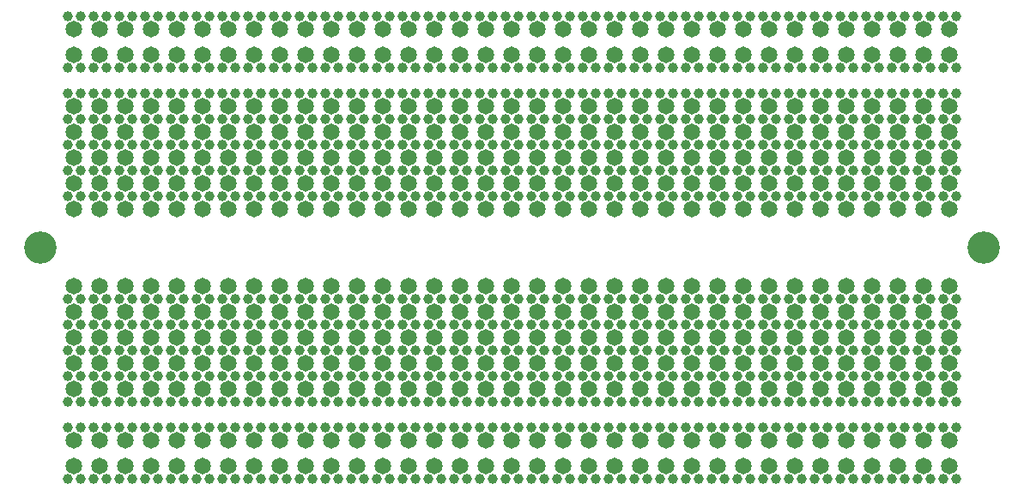
<source format=gts>
%FSLAX34Y34*%
G04 Gerber Fmt 3.4, Leading zero omitted, Abs format*
G04 (created by PCBNEW (2014-06-11 BZR 4938)-product) date Wed 11 Jun 2014 10:42:52 PM CEST*
%MOIN*%
G01*
G70*
G90*
G04 APERTURE LIST*
%ADD10C,0.005906*%
%ADD11C,0.125984*%
%ADD12C,0.039370*%
%ADD13C,0.064961*%
G04 APERTURE END LIST*
G54D10*
G54D11*
X46062Y-35000D03*
X9448Y-35000D03*
G54D12*
X26500Y-32000D03*
X27000Y-32000D03*
X27500Y-32000D03*
X28000Y-32000D03*
X28500Y-32000D03*
X29000Y-32000D03*
X29500Y-32000D03*
X30000Y-32000D03*
G54D13*
X34750Y-38500D03*
X35750Y-38500D03*
X36750Y-38500D03*
X37750Y-38500D03*
X38750Y-38500D03*
X39750Y-38500D03*
X40750Y-38500D03*
X41750Y-38500D03*
X26750Y-38500D03*
X27750Y-38500D03*
X28750Y-38500D03*
X29750Y-38500D03*
X30750Y-38500D03*
X31750Y-38500D03*
X32750Y-38500D03*
X33750Y-38500D03*
X10750Y-40500D03*
X11750Y-40500D03*
X12750Y-40500D03*
X13750Y-40500D03*
X14750Y-40500D03*
X15750Y-40500D03*
X16750Y-40500D03*
X17750Y-40500D03*
X34750Y-31500D03*
X35750Y-31500D03*
X36750Y-31500D03*
X37750Y-31500D03*
X38750Y-31500D03*
X39750Y-31500D03*
X40750Y-31500D03*
X41750Y-31500D03*
X26750Y-30500D03*
X27750Y-30500D03*
X28750Y-30500D03*
X29750Y-30500D03*
X30750Y-30500D03*
X31750Y-30500D03*
X32750Y-30500D03*
X33750Y-30500D03*
X18750Y-30500D03*
X19750Y-30500D03*
X20750Y-30500D03*
X21750Y-30500D03*
X22750Y-30500D03*
X23750Y-30500D03*
X24750Y-30500D03*
X25750Y-30500D03*
X42750Y-32500D03*
X43750Y-32500D03*
X44750Y-32500D03*
X42750Y-31500D03*
X43750Y-31500D03*
X44750Y-31500D03*
X42750Y-30500D03*
X43750Y-30500D03*
X44750Y-30500D03*
X42750Y-29500D03*
X43750Y-29500D03*
X44750Y-29500D03*
X42750Y-27500D03*
X43750Y-27500D03*
X44750Y-27500D03*
X42750Y-26500D03*
X43750Y-26500D03*
X44750Y-26500D03*
X42750Y-33500D03*
X43750Y-33500D03*
X44750Y-33500D03*
X42750Y-40500D03*
X43750Y-40500D03*
X44750Y-40500D03*
X42750Y-39500D03*
X43750Y-39500D03*
X44750Y-39500D03*
X42750Y-38500D03*
X43750Y-38500D03*
X44750Y-38500D03*
X42750Y-37500D03*
X43750Y-37500D03*
X44750Y-37500D03*
X42750Y-36500D03*
X43750Y-36500D03*
X44750Y-36500D03*
X42750Y-43500D03*
X43750Y-43500D03*
X44750Y-43500D03*
X42750Y-42500D03*
X43750Y-42500D03*
X44750Y-42500D03*
G54D12*
X42500Y-26000D03*
X43000Y-26000D03*
X43500Y-26000D03*
X44000Y-26000D03*
X44500Y-26000D03*
X45000Y-26000D03*
X42500Y-28000D03*
X43000Y-28000D03*
X43500Y-28000D03*
X44000Y-28000D03*
X44500Y-28000D03*
X45000Y-28000D03*
X42500Y-29000D03*
X43000Y-29000D03*
X43500Y-29000D03*
X44000Y-29000D03*
X44500Y-29000D03*
X45000Y-29000D03*
X42500Y-30000D03*
X43000Y-30000D03*
X43500Y-30000D03*
X44000Y-30000D03*
X44500Y-30000D03*
X45000Y-30000D03*
X42500Y-31000D03*
X43000Y-31000D03*
X43500Y-31000D03*
X44000Y-31000D03*
X44500Y-31000D03*
X45000Y-31000D03*
X42500Y-32000D03*
X43000Y-32000D03*
X43500Y-32000D03*
X44000Y-32000D03*
X44500Y-32000D03*
X45000Y-32000D03*
X42500Y-33000D03*
X43000Y-33000D03*
X43500Y-33000D03*
X44000Y-33000D03*
X44500Y-33000D03*
X45000Y-33000D03*
X42500Y-44000D03*
X43000Y-44000D03*
X43500Y-44000D03*
X44000Y-44000D03*
X44500Y-44000D03*
X45000Y-44000D03*
X42500Y-42000D03*
X43000Y-42000D03*
X43500Y-42000D03*
X44000Y-42000D03*
X44500Y-42000D03*
X45000Y-42000D03*
X42500Y-41000D03*
X43000Y-41000D03*
X43500Y-41000D03*
X44000Y-41000D03*
X44500Y-41000D03*
X45000Y-41000D03*
X42500Y-40000D03*
X43000Y-40000D03*
X43500Y-40000D03*
X44000Y-40000D03*
X44500Y-40000D03*
X45000Y-40000D03*
X42500Y-39000D03*
X43000Y-39000D03*
X43500Y-39000D03*
X44000Y-39000D03*
X44500Y-39000D03*
X45000Y-39000D03*
X42500Y-38000D03*
X43000Y-38000D03*
X43500Y-38000D03*
X44000Y-38000D03*
X44500Y-38000D03*
X45000Y-38000D03*
X42500Y-37000D03*
X43000Y-37000D03*
X43500Y-37000D03*
X44000Y-37000D03*
X44500Y-37000D03*
X45000Y-37000D03*
X30500Y-29000D03*
X31000Y-29000D03*
X31500Y-29000D03*
X32000Y-29000D03*
X32500Y-29000D03*
X33000Y-29000D03*
X33500Y-29000D03*
X34000Y-29000D03*
G54D13*
X26750Y-33500D03*
X27750Y-33500D03*
X28750Y-33500D03*
X29750Y-33500D03*
X30750Y-33500D03*
X31750Y-33500D03*
X32750Y-33500D03*
X33750Y-33500D03*
X26750Y-29500D03*
X27750Y-29500D03*
X28750Y-29500D03*
X29750Y-29500D03*
X30750Y-29500D03*
X31750Y-29500D03*
X32750Y-29500D03*
X33750Y-29500D03*
X26750Y-31500D03*
X27750Y-31500D03*
X28750Y-31500D03*
X29750Y-31500D03*
X30750Y-31500D03*
X31750Y-31500D03*
X32750Y-31500D03*
X33750Y-31500D03*
X26750Y-32500D03*
X27750Y-32500D03*
X28750Y-32500D03*
X29750Y-32500D03*
X30750Y-32500D03*
X31750Y-32500D03*
X32750Y-32500D03*
X33750Y-32500D03*
X26750Y-36500D03*
X27750Y-36500D03*
X28750Y-36500D03*
X29750Y-36500D03*
X30750Y-36500D03*
X31750Y-36500D03*
X32750Y-36500D03*
X33750Y-36500D03*
X26750Y-40500D03*
X27750Y-40500D03*
X28750Y-40500D03*
X29750Y-40500D03*
X30750Y-40500D03*
X31750Y-40500D03*
X32750Y-40500D03*
X33750Y-40500D03*
X26750Y-39500D03*
X27750Y-39500D03*
X28750Y-39500D03*
X29750Y-39500D03*
X30750Y-39500D03*
X31750Y-39500D03*
X32750Y-39500D03*
X33750Y-39500D03*
X26750Y-37500D03*
X27750Y-37500D03*
X28750Y-37500D03*
X29750Y-37500D03*
X30750Y-37500D03*
X31750Y-37500D03*
X32750Y-37500D03*
X33750Y-37500D03*
G54D12*
X26500Y-29000D03*
X27000Y-29000D03*
X27500Y-29000D03*
X28000Y-29000D03*
X28500Y-29000D03*
X29000Y-29000D03*
X29500Y-29000D03*
X30000Y-29000D03*
X26500Y-30000D03*
X27000Y-30000D03*
X27500Y-30000D03*
X28000Y-30000D03*
X28500Y-30000D03*
X29000Y-30000D03*
X29500Y-30000D03*
X30000Y-30000D03*
X26500Y-31000D03*
X27000Y-31000D03*
X27500Y-31000D03*
X28000Y-31000D03*
X28500Y-31000D03*
X29000Y-31000D03*
X29500Y-31000D03*
X30000Y-31000D03*
X26500Y-33000D03*
X27000Y-33000D03*
X27500Y-33000D03*
X28000Y-33000D03*
X28500Y-33000D03*
X29000Y-33000D03*
X29500Y-33000D03*
X30000Y-33000D03*
X26500Y-37000D03*
X27000Y-37000D03*
X27500Y-37000D03*
X28000Y-37000D03*
X28500Y-37000D03*
X29000Y-37000D03*
X29500Y-37000D03*
X30000Y-37000D03*
X26500Y-38000D03*
X27000Y-38000D03*
X27500Y-38000D03*
X28000Y-38000D03*
X28500Y-38000D03*
X29000Y-38000D03*
X29500Y-38000D03*
X30000Y-38000D03*
X26500Y-39000D03*
X27000Y-39000D03*
X27500Y-39000D03*
X28000Y-39000D03*
X28500Y-39000D03*
X29000Y-39000D03*
X29500Y-39000D03*
X30000Y-39000D03*
X26500Y-40000D03*
X27000Y-40000D03*
X27500Y-40000D03*
X28000Y-40000D03*
X28500Y-40000D03*
X29000Y-40000D03*
X29500Y-40000D03*
X30000Y-40000D03*
X26500Y-41000D03*
X27000Y-41000D03*
X27500Y-41000D03*
X28000Y-41000D03*
X28500Y-41000D03*
X29000Y-41000D03*
X29500Y-41000D03*
X30000Y-41000D03*
X30500Y-30000D03*
X31000Y-30000D03*
X31500Y-30000D03*
X32000Y-30000D03*
X32500Y-30000D03*
X33000Y-30000D03*
X33500Y-30000D03*
X34000Y-30000D03*
X30500Y-31000D03*
X31000Y-31000D03*
X31500Y-31000D03*
X32000Y-31000D03*
X32500Y-31000D03*
X33000Y-31000D03*
X33500Y-31000D03*
X34000Y-31000D03*
X30500Y-32000D03*
X31000Y-32000D03*
X31500Y-32000D03*
X32000Y-32000D03*
X32500Y-32000D03*
X33000Y-32000D03*
X33500Y-32000D03*
X34000Y-32000D03*
X30500Y-33000D03*
X31000Y-33000D03*
X31500Y-33000D03*
X32000Y-33000D03*
X32500Y-33000D03*
X33000Y-33000D03*
X33500Y-33000D03*
X34000Y-33000D03*
X30500Y-41000D03*
X31000Y-41000D03*
X31500Y-41000D03*
X32000Y-41000D03*
X32500Y-41000D03*
X33000Y-41000D03*
X33500Y-41000D03*
X34000Y-41000D03*
X30500Y-40000D03*
X31000Y-40000D03*
X31500Y-40000D03*
X32000Y-40000D03*
X32500Y-40000D03*
X33000Y-40000D03*
X33500Y-40000D03*
X34000Y-40000D03*
X30500Y-39000D03*
X31000Y-39000D03*
X31500Y-39000D03*
X32000Y-39000D03*
X32500Y-39000D03*
X33000Y-39000D03*
X33500Y-39000D03*
X34000Y-39000D03*
X30500Y-38000D03*
X31000Y-38000D03*
X31500Y-38000D03*
X32000Y-38000D03*
X32500Y-38000D03*
X33000Y-38000D03*
X33500Y-38000D03*
X34000Y-38000D03*
X30500Y-37000D03*
X31000Y-37000D03*
X31500Y-37000D03*
X32000Y-37000D03*
X32500Y-37000D03*
X33000Y-37000D03*
X33500Y-37000D03*
X34000Y-37000D03*
X26500Y-42000D03*
X27000Y-42000D03*
X27500Y-42000D03*
X28000Y-42000D03*
X28500Y-42000D03*
X29000Y-42000D03*
X29500Y-42000D03*
X30000Y-42000D03*
X30500Y-42000D03*
X31000Y-42000D03*
X31500Y-42000D03*
X32000Y-42000D03*
X32500Y-42000D03*
X33000Y-42000D03*
X33500Y-42000D03*
X34000Y-42000D03*
G54D13*
X26750Y-42500D03*
X27750Y-42500D03*
X28750Y-42500D03*
X29750Y-42500D03*
X30750Y-42500D03*
X31750Y-42500D03*
X32750Y-42500D03*
X33750Y-42500D03*
X26750Y-43500D03*
X27750Y-43500D03*
X28750Y-43500D03*
X29750Y-43500D03*
X30750Y-43500D03*
X31750Y-43500D03*
X32750Y-43500D03*
X33750Y-43500D03*
G54D12*
X30500Y-44000D03*
X31000Y-44000D03*
X31500Y-44000D03*
X32000Y-44000D03*
X32500Y-44000D03*
X33000Y-44000D03*
X33500Y-44000D03*
X34000Y-44000D03*
X26500Y-44000D03*
X27000Y-44000D03*
X27500Y-44000D03*
X28000Y-44000D03*
X28500Y-44000D03*
X29000Y-44000D03*
X29500Y-44000D03*
X30000Y-44000D03*
X26500Y-28000D03*
X27000Y-28000D03*
X27500Y-28000D03*
X28000Y-28000D03*
X28500Y-28000D03*
X29000Y-28000D03*
X29500Y-28000D03*
X30000Y-28000D03*
X30500Y-28000D03*
X31000Y-28000D03*
X31500Y-28000D03*
X32000Y-28000D03*
X32500Y-28000D03*
X33000Y-28000D03*
X33500Y-28000D03*
X34000Y-28000D03*
G54D13*
X26750Y-27500D03*
X27750Y-27500D03*
X28750Y-27500D03*
X29750Y-27500D03*
X30750Y-27500D03*
X31750Y-27500D03*
X32750Y-27500D03*
X33750Y-27500D03*
X26750Y-26500D03*
X27750Y-26500D03*
X28750Y-26500D03*
X29750Y-26500D03*
X30750Y-26500D03*
X31750Y-26500D03*
X32750Y-26500D03*
X33750Y-26500D03*
G54D12*
X30500Y-26000D03*
X31000Y-26000D03*
X31500Y-26000D03*
X32000Y-26000D03*
X32500Y-26000D03*
X33000Y-26000D03*
X33500Y-26000D03*
X34000Y-26000D03*
X26500Y-26000D03*
X27000Y-26000D03*
X27500Y-26000D03*
X28000Y-26000D03*
X28500Y-26000D03*
X29000Y-26000D03*
X29500Y-26000D03*
X30000Y-26000D03*
X34500Y-26000D03*
X35000Y-26000D03*
X35500Y-26000D03*
X36000Y-26000D03*
X36500Y-26000D03*
X37000Y-26000D03*
X37500Y-26000D03*
X38000Y-26000D03*
X38500Y-26000D03*
X39000Y-26000D03*
X39500Y-26000D03*
X40000Y-26000D03*
X40500Y-26000D03*
X41000Y-26000D03*
X41500Y-26000D03*
X42000Y-26000D03*
G54D13*
X34750Y-26500D03*
X35750Y-26500D03*
X36750Y-26500D03*
X37750Y-26500D03*
X38750Y-26500D03*
X39750Y-26500D03*
X40750Y-26500D03*
X41750Y-26500D03*
X34750Y-27500D03*
X35750Y-27500D03*
X36750Y-27500D03*
X37750Y-27500D03*
X38750Y-27500D03*
X39750Y-27500D03*
X40750Y-27500D03*
X41750Y-27500D03*
G54D12*
X38500Y-28000D03*
X39000Y-28000D03*
X39500Y-28000D03*
X40000Y-28000D03*
X40500Y-28000D03*
X41000Y-28000D03*
X41500Y-28000D03*
X42000Y-28000D03*
X34500Y-28000D03*
X35000Y-28000D03*
X35500Y-28000D03*
X36000Y-28000D03*
X36500Y-28000D03*
X37000Y-28000D03*
X37500Y-28000D03*
X38000Y-28000D03*
X34500Y-44000D03*
X35000Y-44000D03*
X35500Y-44000D03*
X36000Y-44000D03*
X36500Y-44000D03*
X37000Y-44000D03*
X37500Y-44000D03*
X38000Y-44000D03*
X38500Y-44000D03*
X39000Y-44000D03*
X39500Y-44000D03*
X40000Y-44000D03*
X40500Y-44000D03*
X41000Y-44000D03*
X41500Y-44000D03*
X42000Y-44000D03*
G54D13*
X34750Y-43500D03*
X35750Y-43500D03*
X36750Y-43500D03*
X37750Y-43500D03*
X38750Y-43500D03*
X39750Y-43500D03*
X40750Y-43500D03*
X41750Y-43500D03*
X34750Y-42500D03*
X35750Y-42500D03*
X36750Y-42500D03*
X37750Y-42500D03*
X38750Y-42500D03*
X39750Y-42500D03*
X40750Y-42500D03*
X41750Y-42500D03*
G54D12*
X38500Y-42000D03*
X39000Y-42000D03*
X39500Y-42000D03*
X40000Y-42000D03*
X40500Y-42000D03*
X41000Y-42000D03*
X41500Y-42000D03*
X42000Y-42000D03*
X34500Y-42000D03*
X35000Y-42000D03*
X35500Y-42000D03*
X36000Y-42000D03*
X36500Y-42000D03*
X37000Y-42000D03*
X37500Y-42000D03*
X38000Y-42000D03*
X38500Y-37000D03*
X39000Y-37000D03*
X39500Y-37000D03*
X40000Y-37000D03*
X40500Y-37000D03*
X41000Y-37000D03*
X41500Y-37000D03*
X42000Y-37000D03*
X38500Y-38000D03*
X39000Y-38000D03*
X39500Y-38000D03*
X40000Y-38000D03*
X40500Y-38000D03*
X41000Y-38000D03*
X41500Y-38000D03*
X42000Y-38000D03*
X38500Y-39000D03*
X39000Y-39000D03*
X39500Y-39000D03*
X40000Y-39000D03*
X40500Y-39000D03*
X41000Y-39000D03*
X41500Y-39000D03*
X42000Y-39000D03*
X38500Y-40000D03*
X39000Y-40000D03*
X39500Y-40000D03*
X40000Y-40000D03*
X40500Y-40000D03*
X41000Y-40000D03*
X41500Y-40000D03*
X42000Y-40000D03*
X38500Y-41000D03*
X39000Y-41000D03*
X39500Y-41000D03*
X40000Y-41000D03*
X40500Y-41000D03*
X41000Y-41000D03*
X41500Y-41000D03*
X42000Y-41000D03*
X38500Y-33000D03*
X39000Y-33000D03*
X39500Y-33000D03*
X40000Y-33000D03*
X40500Y-33000D03*
X41000Y-33000D03*
X41500Y-33000D03*
X42000Y-33000D03*
X38500Y-32000D03*
X39000Y-32000D03*
X39500Y-32000D03*
X40000Y-32000D03*
X40500Y-32000D03*
X41000Y-32000D03*
X41500Y-32000D03*
X42000Y-32000D03*
X38500Y-31000D03*
X39000Y-31000D03*
X39500Y-31000D03*
X40000Y-31000D03*
X40500Y-31000D03*
X41000Y-31000D03*
X41500Y-31000D03*
X42000Y-31000D03*
X38500Y-30000D03*
X39000Y-30000D03*
X39500Y-30000D03*
X40000Y-30000D03*
X40500Y-30000D03*
X41000Y-30000D03*
X41500Y-30000D03*
X42000Y-30000D03*
X34500Y-41000D03*
X35000Y-41000D03*
X35500Y-41000D03*
X36000Y-41000D03*
X36500Y-41000D03*
X37000Y-41000D03*
X37500Y-41000D03*
X38000Y-41000D03*
X34500Y-40000D03*
X35000Y-40000D03*
X35500Y-40000D03*
X36000Y-40000D03*
X36500Y-40000D03*
X37000Y-40000D03*
X37500Y-40000D03*
X38000Y-40000D03*
X34500Y-39000D03*
X35000Y-39000D03*
X35500Y-39000D03*
X36000Y-39000D03*
X36500Y-39000D03*
X37000Y-39000D03*
X37500Y-39000D03*
X38000Y-39000D03*
X34500Y-38000D03*
X35000Y-38000D03*
X35500Y-38000D03*
X36000Y-38000D03*
X36500Y-38000D03*
X37000Y-38000D03*
X37500Y-38000D03*
X38000Y-38000D03*
X34500Y-37000D03*
X35000Y-37000D03*
X35500Y-37000D03*
X36000Y-37000D03*
X36500Y-37000D03*
X37000Y-37000D03*
X37500Y-37000D03*
X38000Y-37000D03*
X34500Y-33000D03*
X35000Y-33000D03*
X35500Y-33000D03*
X36000Y-33000D03*
X36500Y-33000D03*
X37000Y-33000D03*
X37500Y-33000D03*
X38000Y-33000D03*
X34500Y-32000D03*
X35000Y-32000D03*
X35500Y-32000D03*
X36000Y-32000D03*
X36500Y-32000D03*
X37000Y-32000D03*
X37500Y-32000D03*
X38000Y-32000D03*
X34500Y-31000D03*
X35000Y-31000D03*
X35500Y-31000D03*
X36000Y-31000D03*
X36500Y-31000D03*
X37000Y-31000D03*
X37500Y-31000D03*
X38000Y-31000D03*
X34500Y-30000D03*
X35000Y-30000D03*
X35500Y-30000D03*
X36000Y-30000D03*
X36500Y-30000D03*
X37000Y-30000D03*
X37500Y-30000D03*
X38000Y-30000D03*
X34500Y-29000D03*
X35000Y-29000D03*
X35500Y-29000D03*
X36000Y-29000D03*
X36500Y-29000D03*
X37000Y-29000D03*
X37500Y-29000D03*
X38000Y-29000D03*
G54D13*
X34750Y-37500D03*
X35750Y-37500D03*
X36750Y-37500D03*
X37750Y-37500D03*
X38750Y-37500D03*
X39750Y-37500D03*
X40750Y-37500D03*
X41750Y-37500D03*
X34750Y-39500D03*
X35750Y-39500D03*
X36750Y-39500D03*
X37750Y-39500D03*
X38750Y-39500D03*
X39750Y-39500D03*
X40750Y-39500D03*
X41750Y-39500D03*
X34750Y-40500D03*
X35750Y-40500D03*
X36750Y-40500D03*
X37750Y-40500D03*
X38750Y-40500D03*
X39750Y-40500D03*
X40750Y-40500D03*
X41750Y-40500D03*
X34750Y-36500D03*
X35750Y-36500D03*
X36750Y-36500D03*
X37750Y-36500D03*
X38750Y-36500D03*
X39750Y-36500D03*
X40750Y-36500D03*
X41750Y-36500D03*
X34750Y-32500D03*
X35750Y-32500D03*
X36750Y-32500D03*
X37750Y-32500D03*
X38750Y-32500D03*
X39750Y-32500D03*
X40750Y-32500D03*
X41750Y-32500D03*
X34750Y-30500D03*
X35750Y-30500D03*
X36750Y-30500D03*
X37750Y-30500D03*
X38750Y-30500D03*
X39750Y-30500D03*
X40750Y-30500D03*
X41750Y-30500D03*
X34750Y-29500D03*
X35750Y-29500D03*
X36750Y-29500D03*
X37750Y-29500D03*
X38750Y-29500D03*
X39750Y-29500D03*
X40750Y-29500D03*
X41750Y-29500D03*
X34750Y-33500D03*
X35750Y-33500D03*
X36750Y-33500D03*
X37750Y-33500D03*
X38750Y-33500D03*
X39750Y-33500D03*
X40750Y-33500D03*
X41750Y-33500D03*
G54D12*
X38500Y-29000D03*
X39000Y-29000D03*
X39500Y-29000D03*
X40000Y-29000D03*
X40500Y-29000D03*
X41000Y-29000D03*
X41500Y-29000D03*
X42000Y-29000D03*
X22500Y-29000D03*
X23000Y-29000D03*
X23500Y-29000D03*
X24000Y-29000D03*
X24500Y-29000D03*
X25000Y-29000D03*
X25500Y-29000D03*
X26000Y-29000D03*
G54D13*
X18750Y-33500D03*
X19750Y-33500D03*
X20750Y-33500D03*
X21750Y-33500D03*
X22750Y-33500D03*
X23750Y-33500D03*
X24750Y-33500D03*
X25750Y-33500D03*
X18750Y-29500D03*
X19750Y-29500D03*
X20750Y-29500D03*
X21750Y-29500D03*
X22750Y-29500D03*
X23750Y-29500D03*
X24750Y-29500D03*
X25750Y-29500D03*
X18750Y-31500D03*
X19750Y-31500D03*
X20750Y-31500D03*
X21750Y-31500D03*
X22750Y-31500D03*
X23750Y-31500D03*
X24750Y-31500D03*
X25750Y-31500D03*
X18750Y-32500D03*
X19750Y-32500D03*
X20750Y-32500D03*
X21750Y-32500D03*
X22750Y-32500D03*
X23750Y-32500D03*
X24750Y-32500D03*
X25750Y-32500D03*
X18750Y-36500D03*
X19750Y-36500D03*
X20750Y-36500D03*
X21750Y-36500D03*
X22750Y-36500D03*
X23750Y-36500D03*
X24750Y-36500D03*
X25750Y-36500D03*
X18750Y-40500D03*
X19750Y-40500D03*
X20750Y-40500D03*
X21750Y-40500D03*
X22750Y-40500D03*
X23750Y-40500D03*
X24750Y-40500D03*
X25750Y-40500D03*
X18750Y-39500D03*
X19750Y-39500D03*
X20750Y-39500D03*
X21750Y-39500D03*
X22750Y-39500D03*
X23750Y-39500D03*
X24750Y-39500D03*
X25750Y-39500D03*
X18750Y-38500D03*
X19750Y-38500D03*
X20750Y-38500D03*
X21750Y-38500D03*
X22750Y-38500D03*
X23750Y-38500D03*
X24750Y-38500D03*
X25750Y-38500D03*
X18750Y-37500D03*
X19750Y-37500D03*
X20750Y-37500D03*
X21750Y-37500D03*
X22750Y-37500D03*
X23750Y-37500D03*
X24750Y-37500D03*
X25750Y-37500D03*
G54D12*
X18500Y-29000D03*
X19000Y-29000D03*
X19500Y-29000D03*
X20000Y-29000D03*
X20500Y-29000D03*
X21000Y-29000D03*
X21500Y-29000D03*
X22000Y-29000D03*
X18500Y-30000D03*
X19000Y-30000D03*
X19500Y-30000D03*
X20000Y-30000D03*
X20500Y-30000D03*
X21000Y-30000D03*
X21500Y-30000D03*
X22000Y-30000D03*
X18500Y-31000D03*
X19000Y-31000D03*
X19500Y-31000D03*
X20000Y-31000D03*
X20500Y-31000D03*
X21000Y-31000D03*
X21500Y-31000D03*
X22000Y-31000D03*
X18500Y-32000D03*
X19000Y-32000D03*
X19500Y-32000D03*
X20000Y-32000D03*
X20500Y-32000D03*
X21000Y-32000D03*
X21500Y-32000D03*
X22000Y-32000D03*
X18500Y-33000D03*
X19000Y-33000D03*
X19500Y-33000D03*
X20000Y-33000D03*
X20500Y-33000D03*
X21000Y-33000D03*
X21500Y-33000D03*
X22000Y-33000D03*
X18500Y-37000D03*
X19000Y-37000D03*
X19500Y-37000D03*
X20000Y-37000D03*
X20500Y-37000D03*
X21000Y-37000D03*
X21500Y-37000D03*
X22000Y-37000D03*
X18500Y-38000D03*
X19000Y-38000D03*
X19500Y-38000D03*
X20000Y-38000D03*
X20500Y-38000D03*
X21000Y-38000D03*
X21500Y-38000D03*
X22000Y-38000D03*
X18500Y-39000D03*
X19000Y-39000D03*
X19500Y-39000D03*
X20000Y-39000D03*
X20500Y-39000D03*
X21000Y-39000D03*
X21500Y-39000D03*
X22000Y-39000D03*
X18500Y-40000D03*
X19000Y-40000D03*
X19500Y-40000D03*
X20000Y-40000D03*
X20500Y-40000D03*
X21000Y-40000D03*
X21500Y-40000D03*
X22000Y-40000D03*
X18500Y-41000D03*
X19000Y-41000D03*
X19500Y-41000D03*
X20000Y-41000D03*
X20500Y-41000D03*
X21000Y-41000D03*
X21500Y-41000D03*
X22000Y-41000D03*
X22500Y-30000D03*
X23000Y-30000D03*
X23500Y-30000D03*
X24000Y-30000D03*
X24500Y-30000D03*
X25000Y-30000D03*
X25500Y-30000D03*
X26000Y-30000D03*
X22500Y-31000D03*
X23000Y-31000D03*
X23500Y-31000D03*
X24000Y-31000D03*
X24500Y-31000D03*
X25000Y-31000D03*
X25500Y-31000D03*
X26000Y-31000D03*
X22500Y-32000D03*
X23000Y-32000D03*
X23500Y-32000D03*
X24000Y-32000D03*
X24500Y-32000D03*
X25000Y-32000D03*
X25500Y-32000D03*
X26000Y-32000D03*
X22500Y-33000D03*
X23000Y-33000D03*
X23500Y-33000D03*
X24000Y-33000D03*
X24500Y-33000D03*
X25000Y-33000D03*
X25500Y-33000D03*
X26000Y-33000D03*
X22500Y-41000D03*
X23000Y-41000D03*
X23500Y-41000D03*
X24000Y-41000D03*
X24500Y-41000D03*
X25000Y-41000D03*
X25500Y-41000D03*
X26000Y-41000D03*
X22500Y-40000D03*
X23000Y-40000D03*
X23500Y-40000D03*
X24000Y-40000D03*
X24500Y-40000D03*
X25000Y-40000D03*
X25500Y-40000D03*
X26000Y-40000D03*
X22500Y-39000D03*
X23000Y-39000D03*
X23500Y-39000D03*
X24000Y-39000D03*
X24500Y-39000D03*
X25000Y-39000D03*
X25500Y-39000D03*
X26000Y-39000D03*
X22500Y-38000D03*
X23000Y-38000D03*
X23500Y-38000D03*
X24000Y-38000D03*
X24500Y-38000D03*
X25000Y-38000D03*
X25500Y-38000D03*
X26000Y-38000D03*
X22500Y-37000D03*
X23000Y-37000D03*
X23500Y-37000D03*
X24000Y-37000D03*
X24500Y-37000D03*
X25000Y-37000D03*
X25500Y-37000D03*
X26000Y-37000D03*
X18500Y-42000D03*
X19000Y-42000D03*
X19500Y-42000D03*
X20000Y-42000D03*
X20500Y-42000D03*
X21000Y-42000D03*
X21500Y-42000D03*
X22000Y-42000D03*
X22500Y-42000D03*
X23000Y-42000D03*
X23500Y-42000D03*
X24000Y-42000D03*
X24500Y-42000D03*
X25000Y-42000D03*
X25500Y-42000D03*
X26000Y-42000D03*
G54D13*
X18750Y-42500D03*
X19750Y-42500D03*
X20750Y-42500D03*
X21750Y-42500D03*
X22750Y-42500D03*
X23750Y-42500D03*
X24750Y-42500D03*
X25750Y-42500D03*
X18750Y-43500D03*
X19750Y-43500D03*
X20750Y-43500D03*
X21750Y-43500D03*
X22750Y-43500D03*
X23750Y-43500D03*
X24750Y-43500D03*
X25750Y-43500D03*
G54D12*
X22500Y-44000D03*
X23000Y-44000D03*
X23500Y-44000D03*
X24000Y-44000D03*
X24500Y-44000D03*
X25000Y-44000D03*
X25500Y-44000D03*
X26000Y-44000D03*
X18500Y-44000D03*
X19000Y-44000D03*
X19500Y-44000D03*
X20000Y-44000D03*
X20500Y-44000D03*
X21000Y-44000D03*
X21500Y-44000D03*
X22000Y-44000D03*
X18500Y-28000D03*
X19000Y-28000D03*
X19500Y-28000D03*
X20000Y-28000D03*
X20500Y-28000D03*
X21000Y-28000D03*
X21500Y-28000D03*
X22000Y-28000D03*
X22500Y-28000D03*
X23000Y-28000D03*
X23500Y-28000D03*
X24000Y-28000D03*
X24500Y-28000D03*
X25000Y-28000D03*
X25500Y-28000D03*
X26000Y-28000D03*
G54D13*
X18750Y-27500D03*
X19750Y-27500D03*
X20750Y-27500D03*
X21750Y-27500D03*
X22750Y-27500D03*
X23750Y-27500D03*
X24750Y-27500D03*
X25750Y-27500D03*
X18750Y-26500D03*
X19750Y-26500D03*
X20750Y-26500D03*
X21750Y-26500D03*
X22750Y-26500D03*
X23750Y-26500D03*
X24750Y-26500D03*
X25750Y-26500D03*
G54D12*
X22500Y-26000D03*
X23000Y-26000D03*
X23500Y-26000D03*
X24000Y-26000D03*
X24500Y-26000D03*
X25000Y-26000D03*
X25500Y-26000D03*
X26000Y-26000D03*
X18500Y-26000D03*
X19000Y-26000D03*
X19500Y-26000D03*
X20000Y-26000D03*
X20500Y-26000D03*
X21000Y-26000D03*
X21500Y-26000D03*
X22000Y-26000D03*
X10500Y-26000D03*
X11000Y-26000D03*
X11500Y-26000D03*
X12000Y-26000D03*
X12500Y-26000D03*
X13000Y-26000D03*
X13500Y-26000D03*
X14000Y-26000D03*
X14500Y-26000D03*
X15000Y-26000D03*
X15500Y-26000D03*
X16000Y-26000D03*
X16500Y-26000D03*
X17000Y-26000D03*
X17500Y-26000D03*
X18000Y-26000D03*
G54D13*
X10750Y-26500D03*
X11750Y-26500D03*
X12750Y-26500D03*
X13750Y-26500D03*
X14750Y-26500D03*
X15750Y-26500D03*
X16750Y-26500D03*
X17750Y-26500D03*
X10750Y-27500D03*
X11750Y-27500D03*
X12750Y-27500D03*
X13750Y-27500D03*
X14750Y-27500D03*
X15750Y-27500D03*
X16750Y-27500D03*
X17750Y-27500D03*
G54D12*
X14500Y-28000D03*
X15000Y-28000D03*
X15500Y-28000D03*
X16000Y-28000D03*
X16500Y-28000D03*
X17000Y-28000D03*
X17500Y-28000D03*
X18000Y-28000D03*
X10500Y-28000D03*
X11000Y-28000D03*
X11500Y-28000D03*
X12000Y-28000D03*
X12500Y-28000D03*
X13000Y-28000D03*
X13500Y-28000D03*
X14000Y-28000D03*
X10500Y-44000D03*
X11000Y-44000D03*
X11500Y-44000D03*
X12000Y-44000D03*
X12500Y-44000D03*
X13000Y-44000D03*
X13500Y-44000D03*
X14000Y-44000D03*
X14500Y-44000D03*
X15000Y-44000D03*
X15500Y-44000D03*
X16000Y-44000D03*
X16500Y-44000D03*
X17000Y-44000D03*
X17500Y-44000D03*
X18000Y-44000D03*
G54D13*
X10750Y-43500D03*
X11750Y-43500D03*
X12750Y-43500D03*
X13750Y-43500D03*
X14750Y-43500D03*
X15750Y-43500D03*
X16750Y-43500D03*
X17750Y-43500D03*
X10750Y-42500D03*
X11750Y-42500D03*
X12750Y-42500D03*
X13750Y-42500D03*
X14750Y-42500D03*
X15750Y-42500D03*
X16750Y-42500D03*
X17750Y-42500D03*
G54D12*
X14500Y-42000D03*
X15000Y-42000D03*
X15500Y-42000D03*
X16000Y-42000D03*
X16500Y-42000D03*
X17000Y-42000D03*
X17500Y-42000D03*
X18000Y-42000D03*
X10500Y-42000D03*
X11000Y-42000D03*
X11500Y-42000D03*
X12000Y-42000D03*
X12500Y-42000D03*
X13000Y-42000D03*
X13500Y-42000D03*
X14000Y-42000D03*
X14500Y-37000D03*
X15000Y-37000D03*
X15500Y-37000D03*
X16000Y-37000D03*
X16500Y-37000D03*
X17000Y-37000D03*
X17500Y-37000D03*
X18000Y-37000D03*
X14500Y-38000D03*
X15000Y-38000D03*
X15500Y-38000D03*
X16000Y-38000D03*
X16500Y-38000D03*
X17000Y-38000D03*
X17500Y-38000D03*
X18000Y-38000D03*
X14500Y-39000D03*
X15000Y-39000D03*
X15500Y-39000D03*
X16000Y-39000D03*
X16500Y-39000D03*
X17000Y-39000D03*
X17500Y-39000D03*
X18000Y-39000D03*
X14500Y-40000D03*
X15000Y-40000D03*
X15500Y-40000D03*
X16000Y-40000D03*
X16500Y-40000D03*
X17000Y-40000D03*
X17500Y-40000D03*
X18000Y-40000D03*
X14500Y-41000D03*
X15000Y-41000D03*
X15500Y-41000D03*
X16000Y-41000D03*
X16500Y-41000D03*
X17000Y-41000D03*
X17500Y-41000D03*
X18000Y-41000D03*
X14500Y-33000D03*
X15000Y-33000D03*
X15500Y-33000D03*
X16000Y-33000D03*
X16500Y-33000D03*
X17000Y-33000D03*
X17500Y-33000D03*
X18000Y-33000D03*
X14500Y-32000D03*
X15000Y-32000D03*
X15500Y-32000D03*
X16000Y-32000D03*
X16500Y-32000D03*
X17000Y-32000D03*
X17500Y-32000D03*
X18000Y-32000D03*
X14500Y-31000D03*
X15000Y-31000D03*
X15500Y-31000D03*
X16000Y-31000D03*
X16500Y-31000D03*
X17000Y-31000D03*
X17500Y-31000D03*
X18000Y-31000D03*
X14500Y-30000D03*
X15000Y-30000D03*
X15500Y-30000D03*
X16000Y-30000D03*
X16500Y-30000D03*
X17000Y-30000D03*
X17500Y-30000D03*
X18000Y-30000D03*
X10500Y-41000D03*
X11000Y-41000D03*
X11500Y-41000D03*
X12000Y-41000D03*
X12500Y-41000D03*
X13000Y-41000D03*
X13500Y-41000D03*
X14000Y-41000D03*
X10500Y-40000D03*
X11000Y-40000D03*
X11500Y-40000D03*
X12000Y-40000D03*
X12500Y-40000D03*
X13000Y-40000D03*
X13500Y-40000D03*
X14000Y-40000D03*
X10500Y-39000D03*
X11000Y-39000D03*
X11500Y-39000D03*
X12000Y-39000D03*
X12500Y-39000D03*
X13000Y-39000D03*
X13500Y-39000D03*
X14000Y-39000D03*
X10500Y-38000D03*
X11000Y-38000D03*
X11500Y-38000D03*
X12000Y-38000D03*
X12500Y-38000D03*
X13000Y-38000D03*
X13500Y-38000D03*
X14000Y-38000D03*
X10500Y-37000D03*
X11000Y-37000D03*
X11500Y-37000D03*
X12000Y-37000D03*
X12500Y-37000D03*
X13000Y-37000D03*
X13500Y-37000D03*
X14000Y-37000D03*
X10500Y-33000D03*
X11000Y-33000D03*
X11500Y-33000D03*
X12000Y-33000D03*
X12500Y-33000D03*
X13000Y-33000D03*
X13500Y-33000D03*
X14000Y-33000D03*
X10500Y-32000D03*
X11000Y-32000D03*
X11500Y-32000D03*
X12000Y-32000D03*
X12500Y-32000D03*
X13000Y-32000D03*
X13500Y-32000D03*
X14000Y-32000D03*
X10500Y-31000D03*
X11000Y-31000D03*
X11500Y-31000D03*
X12000Y-31000D03*
X12500Y-31000D03*
X13000Y-31000D03*
X13500Y-31000D03*
X14000Y-31000D03*
X10500Y-30000D03*
X11000Y-30000D03*
X11500Y-30000D03*
X12000Y-30000D03*
X12500Y-30000D03*
X13000Y-30000D03*
X13500Y-30000D03*
X14000Y-30000D03*
X10500Y-29000D03*
X11000Y-29000D03*
X11500Y-29000D03*
X12000Y-29000D03*
X12500Y-29000D03*
X13000Y-29000D03*
X13500Y-29000D03*
X14000Y-29000D03*
G54D13*
X10750Y-37500D03*
X11750Y-37500D03*
X12750Y-37500D03*
X13750Y-37500D03*
X14750Y-37500D03*
X15750Y-37500D03*
X16750Y-37500D03*
X17750Y-37500D03*
X10750Y-38500D03*
X11750Y-38500D03*
X12750Y-38500D03*
X13750Y-38500D03*
X14750Y-38500D03*
X15750Y-38500D03*
X16750Y-38500D03*
X17750Y-38500D03*
X10750Y-39500D03*
X11750Y-39500D03*
X12750Y-39500D03*
X13750Y-39500D03*
X14750Y-39500D03*
X15750Y-39500D03*
X16750Y-39500D03*
X17750Y-39500D03*
X10750Y-36500D03*
X11750Y-36500D03*
X12750Y-36500D03*
X13750Y-36500D03*
X14750Y-36500D03*
X15750Y-36500D03*
X16750Y-36500D03*
X17750Y-36500D03*
X10750Y-32500D03*
X11750Y-32500D03*
X12750Y-32500D03*
X13750Y-32500D03*
X14750Y-32500D03*
X15750Y-32500D03*
X16750Y-32500D03*
X17750Y-32500D03*
X10750Y-31500D03*
X11750Y-31500D03*
X12750Y-31500D03*
X13750Y-31500D03*
X14750Y-31500D03*
X15750Y-31500D03*
X16750Y-31500D03*
X17750Y-31500D03*
X10750Y-30500D03*
X11750Y-30500D03*
X12750Y-30500D03*
X13750Y-30500D03*
X14750Y-30500D03*
X15750Y-30500D03*
X16750Y-30500D03*
X17750Y-30500D03*
X10750Y-29500D03*
X11750Y-29500D03*
X12750Y-29500D03*
X13750Y-29500D03*
X14750Y-29500D03*
X15750Y-29500D03*
X16750Y-29500D03*
X17750Y-29500D03*
X10750Y-33500D03*
X11750Y-33500D03*
X12750Y-33500D03*
X13750Y-33500D03*
X14750Y-33500D03*
X15750Y-33500D03*
X16750Y-33500D03*
X17750Y-33500D03*
G54D12*
X14500Y-29000D03*
X15000Y-29000D03*
X15500Y-29000D03*
X16000Y-29000D03*
X16500Y-29000D03*
X17000Y-29000D03*
X17500Y-29000D03*
X18000Y-29000D03*
M02*

</source>
